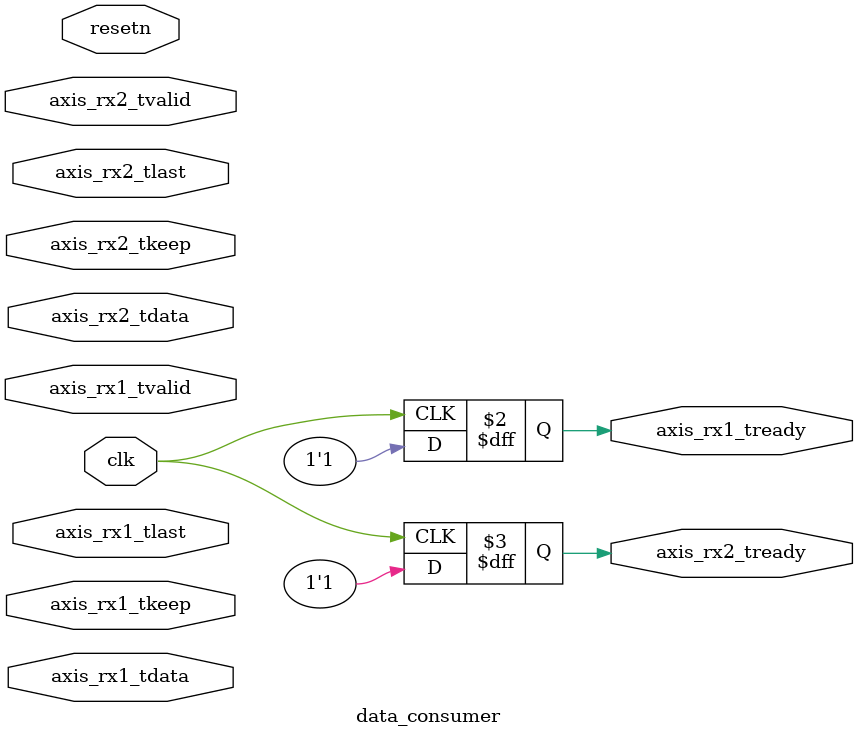
<source format=v>
module data_consumer # (parameter DW=128)
(
    input           clk, resetn,

    input[DW-1:0]   axis_rx1_tdata,
    input[DW/8-1:0] axis_rx1_tkeep,
    input           axis_rx1_tlast,
    input           axis_rx1_tvalid,
    output reg      axis_rx1_tready,

    input[DW-1:0]   axis_rx2_tdata,
    input[DW/8-1:0] axis_rx2_tkeep,
    input           axis_rx2_tlast,
    input           axis_rx2_tvalid,
    output reg      axis_rx2_tready

    );

always @(posedge clk) begin
    axis_rx1_tready <= 1;
    axis_rx2_tready <= 1;
end

endmodule

</source>
